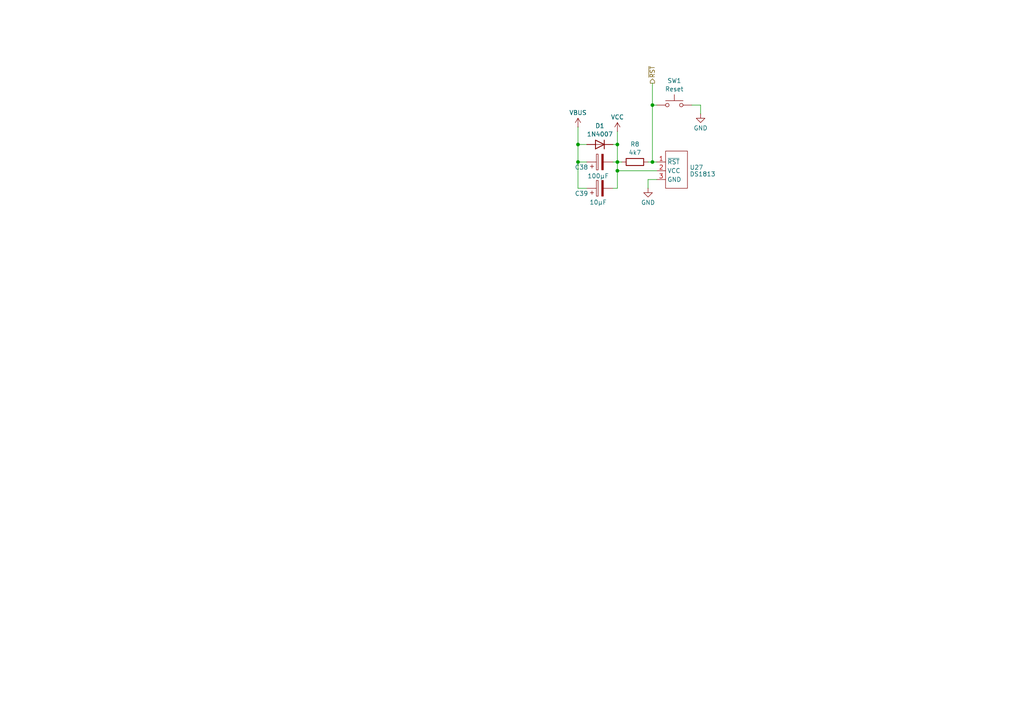
<source format=kicad_sch>
(kicad_sch (version 20231120) (generator "eeschema") (generator_version "8.0")
  (paper "A4")
  (lib_symbols
    (symbol "DS1813_1"
      (property "Reference" "U" (at 3.175 -9.525 0))
      (property "Value" "DS1813" (at 5.715 -9.525 0))
      (symbol "DS1813_1_0_1"
        (polyline (pts (xy 2.54 -7.62) (xy 2.54 3.175) (xy 8.89 3.175) (xy 8.89 -7.62) (xy 2.54 -7.62)))
      )
      (symbol "DS1813_1_1_1"
        (pin output line (at 0 0 0) (length 2.54) (name "~{RST}") (number "1"))
        (pin power_in line (at 0 -2.54 0) (length 2.54) (name "VCC") (number "2"))
        (pin power_in line (at 0 -5.08 0) (length 2.54) (name "GND") (number "3"))
      )
    )
    (symbol "Device:C_Polarized" (pin_numbers hide) (pin_names (offset 0.254))
      (property "Reference" "C" (at 0.635 2.54 0))
      (property "Value" "C_Polarized" (at 0.635 -2.54 0))
      (symbol "C_Polarized_0_1"
        (rectangle (start -2.286 0.508) (end 2.286 1.016))
        (polyline (pts (xy -1.778 2.286) (xy -0.762 2.286)))
        (polyline (pts (xy -1.27 2.794) (xy -1.27 1.778)))
        (rectangle (start 2.286 -0.508) (end -2.286 -1.016) (fill (type outline)))
      )
      (symbol "C_Polarized_1_1"
        (pin passive line (at 0 3.81 270) (length 2.794) (name "~") (number "1"))
        (pin passive line (at 0 -3.81 90) (length 2.794) (name "~") (number "2"))
      )
    )
    (symbol "Device:R" (pin_numbers hide) (pin_names (offset 0))
      (property "Reference" "R" (at 2.032 0 90))
      (property "Value" "R" (at 0 0 90))
      (symbol "R_0_1"
        (rectangle (start -1.016 -2.54) (end 1.016 2.54) (stroke (width 0.254)))
      )
      (symbol "R_1_1"
        (pin passive line (at 0 3.81 270) (length 1.27) (name "~") (number "1"))
        (pin passive line (at 0 -3.81 90) (length 1.27) (name "~") (number "2"))
      )
    )
    (symbol "Diode:1N4007" (pin_numbers hide) (pin_names hide)
      (property "Reference" "D" (at 0 2.54 0))
      (property "Value" "1N4007" (at 0 -2.54 0))
      (symbol "1N4007_0_1"
        (polyline (pts (xy -1.27 1.27) (xy -1.27 -1.27)) (stroke (width 0.254)))
        (polyline (pts (xy 1.27 0) (xy -1.27 0)))
        (polyline (pts (xy 1.27 1.27) (xy 1.27 -1.27) (xy -1.27 0) (xy 1.27 1.27)) (stroke (width 0.254)))
      )
      (symbol "1N4007_1_1"
        (pin passive line (at -3.81 0 0) (length 2.54) (name "K") (number "1"))
        (pin passive line (at 3.81 0 180) (length 2.54) (name "A") (number "2"))
      )
    )
    (symbol "Switch:SW_Push" (pin_numbers hide) (pin_names (offset 1.016) hide)
      (property "Reference" "SW" (at 1.27 2.54 0))
      (property "Value" "SW_Push" (at 0 -1.524 0))
      (symbol "SW_Push_0_1"
        (circle (center -2.032 0) (radius 0.508))
        (polyline (pts (xy 0 1.27) (xy 0 3.048)))
        (polyline (pts (xy 2.54 1.27) (xy -2.54 1.27)))
        (circle (center 2.032 0) (radius 0.508))
        (pin passive line (at -5.08 0 0) (length 2.54) (name "1") (number "1"))
        (pin passive line (at 5.08 0 180) (length 2.54) (name "2") (number "2"))
      )
    )
    (symbol "power:GND" (power) (pin_numbers hide) (pin_names (offset 0) hide)
      (property "Value" "GND" (at 0 -3.81 0))
      (symbol "GND_0_1"
        (polyline (pts (xy 0 0) (xy 0 -1.27) (xy 1.27 -1.27) (xy 0 -2.54) (xy -1.27 -1.27) (xy 0 -1.27)))
      )
      (symbol "GND_1_1"
        (pin power_in line (at 0 0 270) (length 0) (name "~") (number "1"))
      )
    )
    (symbol "power:VBUS" (power) (pin_numbers hide) (pin_names (offset 0) hide)
      (property "Value" "VBUS" (at 0 3.556 0))
      (symbol "VBUS_0_1"
        (polyline (pts (xy -0.762 1.27) (xy 0 2.54)))
        (polyline (pts (xy 0 0) (xy 0 2.54)))
        (polyline (pts (xy 0 2.54) (xy 0.762 1.27)))
      )
      (symbol "VBUS_1_1"
        (pin power_in line (at 0 0 90) (length 0) (name "~") (number "1"))
      )
    )
    (symbol "power:VCC" (power) (pin_numbers hide) (pin_names (offset 0) hide)
      (property "Value" "VCC" (at 0 3.556 0))
      (symbol "VCC_0_1"
        (polyline (pts (xy -0.762 1.27) (xy 0 2.54)))
        (polyline (pts (xy 0 0) (xy 0 2.54)))
        (polyline (pts (xy 0 2.54) (xy 0.762 1.27)))
      )
      (symbol "VCC_1_1"
        (pin power_in line (at 0 0 90) (length 0) (name "~") (number "1"))
      )
    )
  )
  (junction (at 179.07 49.53))
  (junction (at 179.07 46.99))
  (junction (at 167.64 46.99))
  (junction (at 179.07 41.91))
  (junction (at 189.23 46.99))
  (junction (at 189.23 30.48))
  (junction (at 167.64 41.91))
  (wire (pts (xy 200.66 30.48) (xy 203.2 30.48)))
  (wire (pts (xy 190.5 49.53) (xy 179.07 49.53)))
  (wire (pts (xy 179.07 54.61) (xy 179.07 49.53)))
  (wire (pts (xy 189.23 24.13) (xy 189.23 30.48)))
  (wire (pts (xy 179.07 49.53) (xy 179.07 46.99)))
  (wire (pts (xy 170.18 46.99) (xy 167.64 46.99)))
  (wire (pts (xy 167.64 41.91) (xy 170.18 41.91)))
  (wire (pts (xy 189.23 30.48) (xy 189.23 46.99)))
  (wire (pts (xy 170.18 54.61) (xy 167.64 54.61)))
  (wire (pts (xy 187.96 52.07) (xy 187.96 54.61)))
  (wire (pts (xy 167.64 46.99) (xy 167.64 41.91)))
  (wire (pts (xy 167.64 54.61) (xy 167.64 46.99)))
  (wire (pts (xy 189.23 30.48) (xy 190.5 30.48)))
  (wire (pts (xy 167.64 36.83) (xy 167.64 41.91)))
  (wire (pts (xy 179.07 41.91) (xy 179.07 38.1)))
  (wire (pts (xy 179.07 46.99) (xy 179.07 41.91)))
  (wire (pts (xy 189.23 46.99) (xy 190.5 46.99)))
  (wire (pts (xy 177.8 54.61) (xy 179.07 54.61)))
  (wire (pts (xy 179.07 46.99) (xy 180.34 46.99)))
  (wire (pts (xy 203.2 30.48) (xy 203.2 33.02)))
  (wire (pts (xy 177.8 46.99) (xy 179.07 46.99)))
  (wire (pts (xy 190.5 52.07) (xy 187.96 52.07)))
  (wire (pts (xy 177.8 41.91) (xy 179.07 41.91)))
  (wire (pts (xy 187.96 46.99) (xy 189.23 46.99)))
  (hierarchical_label "~{RST}" (shape output) (at 189.23 24.13 90))
  (symbol (lib_id "power:VCC") (at 179.07 38.1 0) (unit 1)
    (property "Reference" "#PWR0105" (effects (hide yes)))
    (property "Value" "VCC" (at 179.07 33.9669 0))
    (property "Description" "Power symbol creates a global label with name \"VCC\"" (effects (hide yes)))
  )
  (symbol (lib_id "Diode:1N4007") (at 173.99 41.91 180) (unit 1)
    (property "Reference" "D1" (at 173.99 36.4955 0))
    (property "Value" "1N4007" (at 173.99 38.9198 0))
    (property "Footprint" "Diode_THT:D_DO-41_SOD81_P10.16mm_Horizontal" (effects (hide yes)))
    (property "Datasheet" "http://www.vishay.com/docs/88503/1n4001.pdf" (effects (hide yes)))
    (property "Description" "1000V 1A General Purpose Rectifier Diode, DO-41" (effects (hide yes)))
    (property "Sim.Device" "D" (effects (hide yes)))
    (property "Sim.Pins" "1=K 2=A" (effects (hide yes)))
  )
  (symbol (lib_id "Switch:SW_Push") (at 195.58 30.48 0) (unit 1)
    (property "Reference" "SW1" (at 195.58 23.4145 0))
    (property "Value" "Reset" (at 195.58 25.8388 0))
    (property "Footprint" "Button_Switch_THT:SW_SPST_Omron_B3F-315x_Angled" (effects (hide yes)))
    (property "Description" "Push button switch, generic, two pins" (effects (hide yes)))
  )
  (symbol (lib_id "power:GND") (at 203.2 33.02 0) (unit 1)
    (property "Reference" "#PWR0108" (effects (hide yes)))
    (property "Value" "GND" (at 203.2 37.1531 0))
    (property "Description" "Power symbol creates a global label with name \"GND\" , ground" (effects (hide yes)))
  )
  (symbol (lib_id "Device:C_Polarized") (at 173.99 46.99 90) (unit 1)
    (property "Reference" "C38" (at 168.656 48.514 90))
    (property "Value" "100µF" (at 173.482 51.054 90))
    (property "Footprint" "Capacitor_THT:CP_Radial_D4.0mm_P2.00mm" (effects (hide yes)))
    (property "Description" "Polarized capacitor" (effects (hide yes)))
  )
  (symbol (lib_name "DS1813_1") (lib_id "motherboard:DS1813") (at 190.5 46.99 0) (unit 1)
    (property "Reference" "U27" (at 200.025 48.5688 0) (effects (justify left)))
    (property "Value" "DS1813" (at 200.025 50.4898 0) (effects (justify left)))
    (property "Footprint" "Package_TO_SOT_THT:TO-92_Inline" (effects (hide yes)))
  )
  (symbol (lib_id "power:GND") (at 187.96 54.61 0) (unit 1)
    (property "Reference" "#PWR0104" (effects (hide yes)))
    (property "Value" "GND" (at 187.96 58.7431 0))
    (property "Description" "Power symbol creates a global label with name \"GND\" , ground" (effects (hide yes)))
  )
  (symbol (lib_id "Device:C_Polarized") (at 173.99 54.61 90) (unit 1)
    (property "Reference" "C39" (at 168.656 56.134 90))
    (property "Value" "10µF" (at 173.482 58.674 90))
    (property "Footprint" "Capacitor_THT:CP_Radial_D4.0mm_P2.00mm" (effects (hide yes)))
    (property "Description" "Polarized capacitor" (effects (hide yes)))
  )
  (symbol (lib_id "Device:R") (at 184.15 46.99 90) (unit 1)
    (property "Reference" "R8" (at 184.15 41.8295 90))
    (property "Value" "4k7" (at 184.15 44.2538 90))
    (property "Footprint" "Resistor_THT:R_Axial_DIN0204_L3.6mm_D1.6mm_P7.62mm_Horizontal" (effects (hide yes)))
    (property "Description" "Resistor" (effects (hide yes)))
  )
  (symbol (lib_id "power:VBUS") (at 167.64 36.83 0) (unit 1)
    (property "Reference" "#PWR0106" (effects (hide yes)))
    (property "Value" "VBUS" (at 167.64 32.6969 0))
    (property "Description" "Power symbol creates a global label with name \"VBUS\"" (effects (hide yes)))
  )
)
</source>
